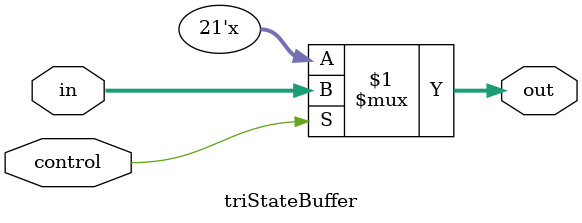
<source format=v>
`timescale 1ns / 1ps


module triStateBuffer(
    input [20:0] in,
    input control,
    output [20:0] out
    );
    
    assign out = control? in : 21'bzzzz_zzzz_zzzz_zzz_zzz_zzz;
    
endmodule

</source>
